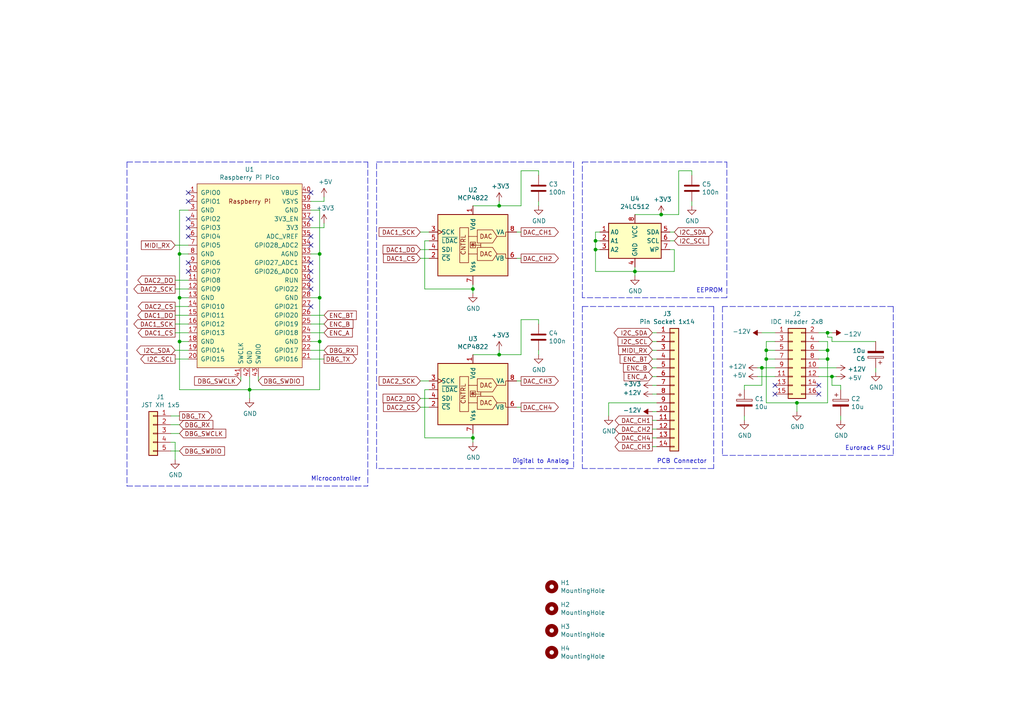
<source format=kicad_sch>
(kicad_sch (version 20211123) (generator eeschema)
  (paper "A4")
  (title_block (title "midi-oscillator back") (date "2021-12-15") (rev "1.0") (comment 3 "Released under CERN Open Hardware Licence Version 2 - Strongly Reciprocal") (comment 4 "Designed by: Rafael G. Martins"))
  (lib_symbols
    (symbol "Analog_DAC:MCP4822" (pin_names (offset 1.016))
      (property "Reference" "U" (at -2.54 10.795 0))
      (property "Value" "MCP4822" (at -2.54 8.89 0))
      (symbol "MCP4822_0_0"
        (polyline (pts (xy 0 -1.778) (xy 0 -0.635)))
        (polyline (pts (xy 0.381 -0.889) (xy 0.508 -0.762)))
        (polyline (pts (xy 2.286 -1.143) (xy 2.286 -1.905)))
        (polyline (pts (xy 0.381 -0.889) (xy -0.381 -0.889) (xy -0.508 -1.016)))
        (polyline (pts (xy 0.762 -1.27) (xy 2.286 -1.27) (xy 2.286 -0.762)))
        (polyline (pts (xy 0 -0.889) (xy 0.508 -1.397) (xy -0.508 -1.397) (xy 0 -0.889)))
        (polyline (pts (xy 6.985 -3.81) (xy 9.525 -3.81) (xy 9.525 -5.08) (xy 10.16 -5.08)))
        (polyline (pts (xy 6.985 1.27) (xy 9.525 1.27) (xy 9.525 2.54) (xy 10.16 2.54)))
        (rectangle (start 0.762 -0.381) (end -0.762 -2.032))
        (text "CNTRL" (at -2.032 -4.191 900) (effects (font (size 1.27 1.27)) (justify left bottom)))
        (text "DAC" (at 3.81 -3.81 0) (effects (font (size 1.27 1.27))))
        (text "DAC" (at 3.81 1.27 0) (effects (font (size 1.27 1.27))))
      )
      (symbol "MCP4822_0_1"
        (rectangle (start -10.16 7.62) (end 10.16 -10.16) (stroke (width 0.254)) (fill (type background)))
        (rectangle (start -1.27 -6.35) (end -3.81 3.81))
        (polyline (pts (xy 1.27 -3.81) (xy -1.27 -3.81)))
        (polyline (pts (xy 1.27 1.27) (xy -1.27 1.27)))
        (polyline (pts (xy 6.985 -3.81) (xy 5.715 -1.905) (xy 1.27 -1.905) (xy 1.27 -5.715) (xy 5.715 -5.715) (xy 6.985 -3.81)))
        (polyline (pts (xy 6.985 1.27) (xy 5.715 3.175) (xy 1.27 3.175) (xy 1.27 -0.635) (xy 5.715 -0.635) (xy 6.985 1.27)))
      )
      (symbol "MCP4822_1_1"
        (pin power_in line (at 0 10.16 270) (length 2.54) (name "Vdd") (number "1"))
        (pin input line (at -12.7 -5.08 0) (length 2.54) (name "~{CS}") (number "2"))
        (pin input clock (at -12.7 2.54 0) (length 2.54) (name "SCK") (number "3"))
        (pin input line (at -12.7 -2.54 0) (length 2.54) (name "SDI") (number "4"))
        (pin input line (at -12.7 0 0) (length 2.54) (name "~{LDAC}") (number "5"))
        (pin output line (at 12.7 -5.08 180) (length 2.54) (name "VB") (number "6"))
        (pin power_in line (at 0 -12.7 90) (length 2.54) (name "Vss") (number "7"))
        (pin output line (at 12.7 2.54 180) (length 2.54) (name "VA") (number "8"))
      )
    )
    (symbol "Connector_Generic:Conn_01x05" (pin_names (offset 1.016) hide)
      (property "Reference" "J" (at 0 7.62 0))
      (property "Value" "Conn_01x05" (at 0 -7.62 0))
      (symbol "Conn_01x05_1_1"
        (rectangle (start -1.27 -4.953) (end 0 -5.207) (stroke (width 0.1524)))
        (rectangle (start -1.27 -2.413) (end 0 -2.667) (stroke (width 0.1524)))
        (rectangle (start -1.27 0.127) (end 0 -0.127) (stroke (width 0.1524)))
        (rectangle (start -1.27 2.667) (end 0 2.413) (stroke (width 0.1524)))
        (rectangle (start -1.27 5.207) (end 0 4.953) (stroke (width 0.1524)))
        (rectangle (start -1.27 6.35) (end 1.27 -6.35) (stroke (width 0.254)) (fill (type background)))
        (pin passive line (at -5.08 5.08 0) (length 3.81) (name "Pin_1") (number "1"))
        (pin passive line (at -5.08 2.54 0) (length 3.81) (name "Pin_2") (number "2"))
        (pin passive line (at -5.08 0 0) (length 3.81) (name "Pin_3") (number "3"))
        (pin passive line (at -5.08 -2.54 0) (length 3.81) (name "Pin_4") (number "4"))
        (pin passive line (at -5.08 -5.08 0) (length 3.81) (name "Pin_5") (number "5"))
      )
    )
    (symbol "Connector_Generic:Conn_01x14" (pin_names (offset 1.016) hide)
      (property "Reference" "J" (at 0 17.78 0))
      (property "Value" "Conn_01x14" (at 0 -20.32 0))
      (symbol "Conn_01x14_1_1"
        (rectangle (start -1.27 -17.653) (end 0 -17.907) (stroke (width 0.1524)))
        (rectangle (start -1.27 -15.113) (end 0 -15.367) (stroke (width 0.1524)))
        (rectangle (start -1.27 -12.573) (end 0 -12.827) (stroke (width 0.1524)))
        (rectangle (start -1.27 -10.033) (end 0 -10.287) (stroke (width 0.1524)))
        (rectangle (start -1.27 -7.493) (end 0 -7.747) (stroke (width 0.1524)))
        (rectangle (start -1.27 -4.953) (end 0 -5.207) (stroke (width 0.1524)))
        (rectangle (start -1.27 -2.413) (end 0 -2.667) (stroke (width 0.1524)))
        (rectangle (start -1.27 0.127) (end 0 -0.127) (stroke (width 0.1524)))
        (rectangle (start -1.27 2.667) (end 0 2.413) (stroke (width 0.1524)))
        (rectangle (start -1.27 5.207) (end 0 4.953) (stroke (width 0.1524)))
        (rectangle (start -1.27 7.747) (end 0 7.493) (stroke (width 0.1524)))
        (rectangle (start -1.27 10.287) (end 0 10.033) (stroke (width 0.1524)))
        (rectangle (start -1.27 12.827) (end 0 12.573) (stroke (width 0.1524)))
        (rectangle (start -1.27 15.367) (end 0 15.113) (stroke (width 0.1524)))
        (rectangle (start -1.27 16.51) (end 1.27 -19.05) (stroke (width 0.254)) (fill (type background)))
        (pin passive line (at -5.08 15.24 0) (length 3.81) (name "Pin_1") (number "1"))
        (pin passive line (at -5.08 -7.62 0) (length 3.81) (name "Pin_10") (number "10"))
        (pin passive line (at -5.08 -10.16 0) (length 3.81) (name "Pin_11") (number "11"))
        (pin passive line (at -5.08 -12.7 0) (length 3.81) (name "Pin_12") (number "12"))
        (pin passive line (at -5.08 -15.24 0) (length 3.81) (name "Pin_13") (number "13"))
        (pin passive line (at -5.08 -17.78 0) (length 3.81) (name "Pin_14") (number "14"))
        (pin passive line (at -5.08 12.7 0) (length 3.81) (name "Pin_2") (number "2"))
        (pin passive line (at -5.08 10.16 0) (length 3.81) (name "Pin_3") (number "3"))
        (pin passive line (at -5.08 7.62 0) (length 3.81) (name "Pin_4") (number "4"))
        (pin passive line (at -5.08 5.08 0) (length 3.81) (name "Pin_5") (number "5"))
        (pin passive line (at -5.08 2.54 0) (length 3.81) (name "Pin_6") (number "6"))
        (pin passive line (at -5.08 0 0) (length 3.81) (name "Pin_7") (number "7"))
        (pin passive line (at -5.08 -2.54 0) (length 3.81) (name "Pin_8") (number "8"))
        (pin passive line (at -5.08 -5.08 0) (length 3.81) (name "Pin_9") (number "9"))
      )
    )
    (symbol "Connector_Generic:Conn_02x08_Odd_Even" (pin_names (offset 1.016) hide)
      (property "Reference" "J" (at 1.27 10.16 0))
      (property "Value" "Conn_02x08_Odd_Even" (at 1.27 -12.7 0))
      (symbol "Conn_02x08_Odd_Even_1_1"
        (rectangle (start -1.27 -10.033) (end 0 -10.287) (stroke (width 0.1524)))
        (rectangle (start -1.27 -7.493) (end 0 -7.747) (stroke (width 0.1524)))
        (rectangle (start -1.27 -4.953) (end 0 -5.207) (stroke (width 0.1524)))
        (rectangle (start -1.27 -2.413) (end 0 -2.667) (stroke (width 0.1524)))
        (rectangle (start -1.27 0.127) (end 0 -0.127) (stroke (width 0.1524)))
        (rectangle (start -1.27 2.667) (end 0 2.413) (stroke (width 0.1524)))
        (rectangle (start -1.27 5.207) (end 0 4.953) (stroke (width 0.1524)))
        (rectangle (start -1.27 7.747) (end 0 7.493) (stroke (width 0.1524)))
        (rectangle (start -1.27 8.89) (end 3.81 -11.43) (stroke (width 0.254)) (fill (type background)))
        (rectangle (start 3.81 -10.033) (end 2.54 -10.287) (stroke (width 0.1524)))
        (rectangle (start 3.81 -7.493) (end 2.54 -7.747) (stroke (width 0.1524)))
        (rectangle (start 3.81 -4.953) (end 2.54 -5.207) (stroke (width 0.1524)))
        (rectangle (start 3.81 -2.413) (end 2.54 -2.667) (stroke (width 0.1524)))
        (rectangle (start 3.81 0.127) (end 2.54 -0.127) (stroke (width 0.1524)))
        (rectangle (start 3.81 2.667) (end 2.54 2.413) (stroke (width 0.1524)))
        (rectangle (start 3.81 5.207) (end 2.54 4.953) (stroke (width 0.1524)))
        (rectangle (start 3.81 7.747) (end 2.54 7.493) (stroke (width 0.1524)))
        (pin passive line (at -5.08 7.62 0) (length 3.81) (name "Pin_1") (number "1"))
        (pin passive line (at 7.62 -2.54 180) (length 3.81) (name "Pin_10") (number "10"))
        (pin passive line (at -5.08 -5.08 0) (length 3.81) (name "Pin_11") (number "11"))
        (pin passive line (at 7.62 -5.08 180) (length 3.81) (name "Pin_12") (number "12"))
        (pin passive line (at -5.08 -7.62 0) (length 3.81) (name "Pin_13") (number "13"))
        (pin passive line (at 7.62 -7.62 180) (length 3.81) (name "Pin_14") (number "14"))
        (pin passive line (at -5.08 -10.16 0) (length 3.81) (name "Pin_15") (number "15"))
        (pin passive line (at 7.62 -10.16 180) (length 3.81) (name "Pin_16") (number "16"))
        (pin passive line (at 7.62 7.62 180) (length 3.81) (name "Pin_2") (number "2"))
        (pin passive line (at -5.08 5.08 0) (length 3.81) (name "Pin_3") (number "3"))
        (pin passive line (at 7.62 5.08 180) (length 3.81) (name "Pin_4") (number "4"))
        (pin passive line (at -5.08 2.54 0) (length 3.81) (name "Pin_5") (number "5"))
        (pin passive line (at 7.62 2.54 180) (length 3.81) (name "Pin_6") (number "6"))
        (pin passive line (at -5.08 0 0) (length 3.81) (name "Pin_7") (number "7"))
        (pin passive line (at 7.62 0 180) (length 3.81) (name "Pin_8") (number "8"))
        (pin passive line (at -5.08 -2.54 0) (length 3.81) (name "Pin_9") (number "9"))
      )
    )
    (symbol "Device:C" (pin_numbers hide) (pin_names (offset 0.254))
      (property "Reference" "C" (at 0.635 2.54 0))
      (property "Value" "C" (at 0.635 -2.54 0))
      (symbol "C_0_1"
        (polyline (pts (xy -2.032 -0.762) (xy 2.032 -0.762)) (stroke (width 0.508)))
        (polyline (pts (xy -2.032 0.762) (xy 2.032 0.762)) (stroke (width 0.508)))
      )
      (symbol "C_1_1"
        (pin passive line (at 0 3.81 270) (length 2.794) (name "~") (number "1"))
        (pin passive line (at 0 -3.81 90) (length 2.794) (name "~") (number "2"))
      )
    )
    (symbol "Device:C_Polarized" (pin_numbers hide) (pin_names (offset 0.254))
      (property "Reference" "C" (at 0.635 2.54 0))
      (property "Value" "C_Polarized" (at 0.635 -2.54 0))
      (symbol "C_Polarized_0_1"
        (rectangle (start -2.286 0.508) (end 2.286 1.016))
        (polyline (pts (xy -1.778 2.286) (xy -0.762 2.286)))
        (polyline (pts (xy -1.27 2.794) (xy -1.27 1.778)))
        (rectangle (start 2.286 -0.508) (end -2.286 -1.016) (fill (type outline)))
      )
      (symbol "C_Polarized_1_1"
        (pin passive line (at 0 3.81 270) (length 2.794) (name "~") (number "1"))
        (pin passive line (at 0 -3.81 90) (length 2.794) (name "~") (number "2"))
      )
    )
    (symbol "Mechanical:MountingHole" (pin_names (offset 1.016))
      (property "Reference" "H" (at 0 5.08 0))
      (property "Value" "MountingHole" (at 0 3.175 0))
      (symbol "MountingHole_0_1"
        (circle (center 0 0) (radius 1.27) (stroke (width 1.27)))
      )
    )
    (symbol "Memory_EEPROM:24LC512"
      (property "Reference" "U" (at -6.35 6.35 0))
      (property "Value" "24LC512" (at 1.27 6.35 0))
      (symbol "24LC512_1_1"
        (rectangle (start -7.62 5.08) (end 7.62 -5.08) (stroke (width 0.254)) (fill (type background)))
        (pin input line (at -10.16 2.54 0) (length 2.54) (name "A0") (number "1"))
        (pin input line (at -10.16 0 0) (length 2.54) (name "A1") (number "2"))
        (pin input line (at -10.16 -2.54 0) (length 2.54) (name "A2") (number "3"))
        (pin power_in line (at 0 -7.62 90) (length 2.54) (name "GND") (number "4"))
        (pin bidirectional line (at 10.16 2.54 180) (length 2.54) (name "SDA") (number "5"))
        (pin input line (at 10.16 0 180) (length 2.54) (name "SCL") (number "6"))
        (pin input line (at 10.16 -2.54 180) (length 2.54) (name "WP") (number "7"))
        (pin power_in line (at 0 7.62 270) (length 2.54) (name "VCC") (number "8"))
      )
    )
    (symbol "eurorack:Pico" (pin_names (offset 1.016))
      (property "Reference" "U" (at -13.97 27.94 0))
      (property "Value" "Pico" (at 0 19.05 0))
      (symbol "Pico_0_0"
        (text "Raspberry Pi" (at 0 21.59 0) (effects (font (size 1.27 1.27))))
      )
      (symbol "Pico_0_1"
        (rectangle (start -15.24 26.67) (end 15.24 -26.67) (fill (type background)))
      )
      (symbol "Pico_1_1"
        (pin bidirectional line (at -17.78 24.13 0) (length 2.54) (name "GPIO0") (number "1"))
        (pin bidirectional line (at -17.78 1.27 0) (length 2.54) (name "GPIO7") (number "10"))
        (pin bidirectional line (at -17.78 -1.27 0) (length 2.54) (name "GPIO8") (number "11"))
        (pin bidirectional line (at -17.78 -3.81 0) (length 2.54) (name "GPIO9") (number "12"))
        (pin power_in line (at -17.78 -6.35 0) (length 2.54) (name "GND") (number "13"))
        (pin bidirectional line (at -17.78 -8.89 0) (length 2.54) (name "GPIO10") (number "14"))
        (pin bidirectional line (at -17.78 -11.43 0) (length 2.54) (name "GPIO11") (number "15"))
        (pin bidirectional line (at -17.78 -13.97 0) (length 2.54) (name "GPIO12") (number "16"))
        (pin bidirectional line (at -17.78 -16.51 0) (length 2.54) (name "GPIO13") (number "17"))
        (pin power_in line (at -17.78 -19.05 0) (length 2.54) (name "GND") (number "18"))
        (pin bidirectional line (at -17.78 -21.59 0) (length 2.54) (name "GPIO14") (number "19"))
        (pin bidirectional line (at -17.78 21.59 0) (length 2.54) (name "GPIO1") (number "2"))
        (pin bidirectional line (at -17.78 -24.13 0) (length 2.54) (name "GPIO15") (number "20"))
        (pin bidirectional line (at 17.78 -24.13 180) (length 2.54) (name "GPIO16") (number "21"))
        (pin bidirectional line (at 17.78 -21.59 180) (length 2.54) (name "GPIO17") (number "22"))
        (pin power_in line (at 17.78 -19.05 180) (length 2.54) (name "GND") (number "23"))
        (pin bidirectional line (at 17.78 -16.51 180) (length 2.54) (name "GPIO18") (number "24"))
        (pin bidirectional line (at 17.78 -13.97 180) (length 2.54) (name "GPIO19") (number "25"))
        (pin bidirectional line (at 17.78 -11.43 180) (length 2.54) (name "GPIO20") (number "26"))
        (pin bidirectional line (at 17.78 -8.89 180) (length 2.54) (name "GPIO21") (number "27"))
        (pin power_in line (at 17.78 -6.35 180) (length 2.54) (name "GND") (number "28"))
        (pin bidirectional line (at 17.78 -3.81 180) (length 2.54) (name "GPIO22") (number "29"))
        (pin power_in line (at -17.78 19.05 0) (length 2.54) (name "GND") (number "3"))
        (pin input line (at 17.78 -1.27 180) (length 2.54) (name "RUN") (number "30"))
        (pin bidirectional line (at 17.78 1.27 180) (length 2.54) (name "GPIO26_ADC0") (number "31"))
        (pin bidirectional line (at 17.78 3.81 180) (length 2.54) (name "GPIO27_ADC1") (number "32"))
        (pin power_in line (at 17.78 6.35 180) (length 2.54) (name "AGND") (number "33"))
        (pin bidirectional line (at 17.78 8.89 180) (length 2.54) (name "GPIO28_ADC2") (number "34"))
        (pin unspecified line (at 17.78 11.43 180) (length 2.54) (name "ADC_VREF") (number "35"))
        (pin unspecified line (at 17.78 13.97 180) (length 2.54) (name "3V3") (number "36"))
        (pin input line (at 17.78 16.51 180) (length 2.54) (name "3V3_EN") (number "37"))
        (pin bidirectional line (at 17.78 19.05 180) (length 2.54) (name "GND") (number "38"))
        (pin unspecified line (at 17.78 21.59 180) (length 2.54) (name "VSYS") (number "39"))
        (pin bidirectional line (at -17.78 16.51 0) (length 2.54) (name "GPIO2") (number "4"))
        (pin unspecified line (at 17.78 24.13 180) (length 2.54) (name "VBUS") (number "40"))
        (pin input line (at -2.54 -29.21 90) (length 2.54) (name "SWCLK") (number "41"))
        (pin power_in line (at 0 -29.21 90) (length 2.54) (name "GND") (number "42"))
        (pin bidirectional line (at 2.54 -29.21 90) (length 2.54) (name "SWDIO") (number "43"))
        (pin bidirectional line (at -17.78 13.97 0) (length 2.54) (name "GPIO3") (number "5"))
        (pin bidirectional line (at -17.78 11.43 0) (length 2.54) (name "GPIO4") (number "6"))
        (pin bidirectional line (at -17.78 8.89 0) (length 2.54) (name "GPIO5") (number "7"))
        (pin power_in line (at -17.78 6.35 0) (length 2.54) (name "GND") (number "8"))
        (pin bidirectional line (at -17.78 3.81 0) (length 2.54) (name "GPIO6") (number "9"))
      )
    )
    (symbol "power:+12V" (power) (pin_names (offset 0))
      (property "Value" "+12V" (at 0 3.556 0))
      (symbol "+12V_0_1"
        (polyline (pts (xy -0.762 1.27) (xy 0 2.54)))
        (polyline (pts (xy 0 0) (xy 0 2.54)))
        (polyline (pts (xy 0 2.54) (xy 0.762 1.27)))
      )
      (symbol "+12V_1_1"
        (pin power_in line (at 0 0 90) (length 0) hide (name "+12V") (number "1"))
      )
    )
    (symbol "power:+3.3V" (power) (pin_names (offset 0))
      (property "Value" "+3.3V" (at 0 3.556 0))
      (symbol "+3.3V_0_1"
        (polyline (pts (xy -0.762 1.27) (xy 0 2.54)))
        (polyline (pts (xy 0 0) (xy 0 2.54)))
        (polyline (pts (xy 0 2.54) (xy 0.762 1.27)))
      )
      (symbol "+3.3V_1_1"
        (pin power_in line (at 0 0 90) (length 0) hide (name "+3V3") (number "1"))
      )
    )
    (symbol "power:+5V" (power) (pin_names (offset 0))
      (property "Value" "+5V" (at 0 3.556 0))
      (symbol "+5V_0_1"
        (polyline (pts (xy -0.762 1.27) (xy 0 2.54)))
        (polyline (pts (xy 0 0) (xy 0 2.54)))
        (polyline (pts (xy 0 2.54) (xy 0.762 1.27)))
      )
      (symbol "+5V_1_1"
        (pin power_in line (at 0 0 90) (length 0) hide (name "+5V") (number "1"))
      )
    )
    (symbol "power:-12V" (power) (pin_names (offset 0))
      (property "Value" "-12V" (at 0 3.81 0))
      (symbol "-12V_0_0"
        (pin power_in line (at 0 0 90) (length 0) hide (name "-12V") (number "1"))
      )
      (symbol "-12V_0_1"
        (polyline (pts (xy 0 0) (xy 0 1.27) (xy 0.762 1.27) (xy 0 2.54) (xy -0.762 1.27) (xy 0 1.27)) (fill (type outline)))
      )
    )
    (symbol "power:GND" (power) (pin_names (offset 0))
      (property "Value" "GND" (at 0 -3.81 0))
      (symbol "GND_0_1"
        (polyline (pts (xy 0 0) (xy 0 -1.27) (xy 1.27 -1.27) (xy 0 -2.54) (xy -1.27 -1.27) (xy 0 -1.27)))
      )
      (symbol "GND_1_1"
        (pin power_in line (at 0 0 270) (length 0) hide (name "GND") (number "1"))
      )
    )
  )
  (junction (at 144.78 102.87))
  (junction (at 92.71 73.66))
  (junction (at 241.3 109.22))
  (junction (at 92.71 86.36))
  (junction (at 191.77 62.23))
  (junction (at 240.03 104.14))
  (junction (at 92.71 99.06))
  (junction (at 231.14 116.84))
  (junction (at 137.16 127))
  (junction (at 172.72 72.39))
  (junction (at 172.72 69.85))
  (junction (at 144.78 59.69))
  (junction (at 72.39 113.03))
  (junction (at 222.25 104.14))
  (junction (at 52.07 86.36))
  (junction (at 222.25 101.6))
  (junction (at 240.03 101.6))
  (junction (at 240.03 96.52))
  (junction (at 184.15 78.74))
  (junction (at 220.98 106.68))
  (junction (at 52.07 73.66))
  (junction (at 137.16 83.82))
  (junction (at 52.07 99.06))
  (no_connect (at 54.61 78.74))
  (no_connect (at 90.17 63.5))
  (no_connect (at 224.79 111.76))
  (no_connect (at 90.17 55.88))
  (no_connect (at 54.61 68.58))
  (no_connect (at 54.61 55.88))
  (no_connect (at 237.49 114.3))
  (no_connect (at 90.17 71.12))
  (no_connect (at 224.79 114.3))
  (no_connect (at 54.61 66.04))
  (no_connect (at 90.17 78.74))
  (no_connect (at 90.17 83.82))
  (no_connect (at 54.61 63.5))
  (no_connect (at 54.61 58.42))
  (no_connect (at 90.17 76.2))
  (no_connect (at 90.17 68.58))
  (no_connect (at 90.17 81.28))
  (no_connect (at 237.49 111.76))
  (no_connect (at 54.61 76.2))
  (no_connect (at 90.17 88.9))
  (wire (pts (xy 49.53 120.65) (xy 52.07 120.65)))
  (wire (pts (xy 222.25 99.06) (xy 222.25 101.6)))
  (wire (pts (xy 50.8 71.12) (xy 54.61 71.12)))
  (wire (pts (xy 156.21 49.53) (xy 156.21 50.8)))
  (wire (pts (xy 224.79 104.14) (xy 222.25 104.14)))
  (wire (pts (xy 50.8 88.9) (xy 54.61 88.9)))
  (wire (pts (xy 231.14 116.84) (xy 240.03 116.84)))
  (wire (pts (xy 240.03 101.6) (xy 240.03 99.06)))
  (wire (pts (xy 90.17 73.66) (xy 92.71 73.66)))
  (wire (pts (xy 50.8 81.28) (xy 54.61 81.28)))
  (wire (pts (xy 237.49 96.52) (xy 240.03 96.52)))
  (wire (pts (xy 184.15 80.01) (xy 184.15 78.74)))
  (wire (pts (xy 189.23 119.38) (xy 190.5 119.38)))
  (wire (pts (xy 156.21 59.69) (xy 156.21 58.42)))
  (wire (pts (xy 189.23 127) (xy 190.5 127)))
  (wire (pts (xy 137.16 102.87) (xy 144.78 102.87)))
  (wire (pts (xy 195.58 72.39) (xy 195.58 78.74)))
  (wire (pts (xy 240.03 96.52) (xy 240.03 97.79)))
  (wire (pts (xy 224.79 99.06) (xy 222.25 99.06)))
  (wire (pts (xy 189.23 121.92) (xy 190.5 121.92)))
  (polyline (pts (xy 168.91 88.9) (xy 168.91 135.89)))
  (wire (pts (xy 189.23 114.3) (xy 190.5 114.3)))
  (polyline (pts (xy 106.68 46.99) (xy 106.68 140.97)))
  (wire (pts (xy 90.17 66.04) (xy 93.98 66.04)))
  (wire (pts (xy 184.15 78.74) (xy 184.15 77.47)))
  (wire (pts (xy 176.53 120.65) (xy 176.53 116.84)))
  (wire (pts (xy 52.07 60.96) (xy 52.07 73.66)))
  (wire (pts (xy 241.3 111.76) (xy 241.3 109.22)))
  (wire (pts (xy 215.9 113.03) (xy 215.9 111.76)))
  (polyline (pts (xy 168.91 86.36) (xy 168.91 46.99)))
  (wire (pts (xy 240.03 96.52) (xy 241.3 96.52)))
  (wire (pts (xy 74.93 109.22) (xy 74.93 110.49)))
  (wire (pts (xy 194.31 72.39) (xy 195.58 72.39)))
  (wire (pts (xy 50.8 93.98) (xy 54.61 93.98)))
  (wire (pts (xy 241.3 97.79) (xy 241.3 99.06)))
  (wire (pts (xy 189.23 124.46) (xy 190.5 124.46)))
  (wire (pts (xy 121.92 118.11) (xy 124.46 118.11)))
  (wire (pts (xy 123.19 69.85) (xy 123.19 83.82)))
  (wire (pts (xy 151.13 49.53) (xy 156.21 49.53)))
  (wire (pts (xy 52.07 86.36) (xy 52.07 99.06)))
  (wire (pts (xy 54.61 60.96) (xy 52.07 60.96)))
  (wire (pts (xy 184.15 62.23) (xy 191.77 62.23)))
  (wire (pts (xy 90.17 58.42) (xy 93.98 58.42)))
  (wire (pts (xy 124.46 113.03) (xy 123.19 113.03)))
  (wire (pts (xy 240.03 97.79) (xy 241.3 97.79)))
  (polyline (pts (xy 166.37 46.99) (xy 166.37 135.89)))
  (wire (pts (xy 189.23 96.52) (xy 190.5 96.52)))
  (wire (pts (xy 144.78 102.87) (xy 144.78 101.6)))
  (wire (pts (xy 176.53 116.84) (xy 190.5 116.84)))
  (polyline (pts (xy 259.08 88.9) (xy 209.55 88.9)))
  (wire (pts (xy 196.85 62.23) (xy 196.85 49.53)))
  (wire (pts (xy 149.86 110.49) (xy 151.13 110.49)))
  (wire (pts (xy 123.19 127) (xy 137.16 127)))
  (wire (pts (xy 189.23 129.54) (xy 190.5 129.54)))
  (wire (pts (xy 191.77 62.23) (xy 196.85 62.23)))
  (wire (pts (xy 243.84 111.76) (xy 241.3 111.76)))
  (wire (pts (xy 240.03 104.14) (xy 240.03 101.6)))
  (wire (pts (xy 50.8 101.6) (xy 54.61 101.6)))
  (polyline (pts (xy 109.22 46.99) (xy 166.37 46.99)))
  (wire (pts (xy 237.49 104.14) (xy 240.03 104.14)))
  (wire (pts (xy 241.3 99.06) (xy 254 99.06)))
  (wire (pts (xy 54.61 86.36) (xy 52.07 86.36)))
  (wire (pts (xy 90.17 101.6) (xy 93.98 101.6)))
  (wire (pts (xy 137.16 85.09) (xy 137.16 83.82)))
  (wire (pts (xy 90.17 86.36) (xy 92.71 86.36)))
  (wire (pts (xy 243.84 121.92) (xy 243.84 120.65)))
  (wire (pts (xy 189.23 101.6) (xy 190.5 101.6)))
  (wire (pts (xy 49.53 128.27) (xy 50.8 128.27)))
  (wire (pts (xy 144.78 59.69) (xy 144.78 58.42)))
  (wire (pts (xy 137.16 59.69) (xy 144.78 59.69)))
  (wire (pts (xy 195.58 78.74) (xy 184.15 78.74)))
  (wire (pts (xy 215.9 120.65) (xy 215.9 121.92)))
  (polyline (pts (xy 209.55 88.9) (xy 209.55 132.08)))
  (wire (pts (xy 237.49 109.22) (xy 241.3 109.22)))
  (wire (pts (xy 93.98 66.04) (xy 93.98 64.77)))
  (wire (pts (xy 189.23 109.22) (xy 190.5 109.22)))
  (wire (pts (xy 144.78 59.69) (xy 151.13 59.69)))
  (wire (pts (xy 196.85 49.53) (xy 200.66 49.53)))
  (wire (pts (xy 54.61 73.66) (xy 52.07 73.66)))
  (wire (pts (xy 121.92 67.31) (xy 124.46 67.31)))
  (wire (pts (xy 90.17 99.06) (xy 92.71 99.06)))
  (wire (pts (xy 121.92 74.93) (xy 124.46 74.93)))
  (polyline (pts (xy 207.01 135.89) (xy 168.91 135.89)))
  (wire (pts (xy 156.21 92.71) (xy 156.21 93.98)))
  (wire (pts (xy 222.25 116.84) (xy 231.14 116.84)))
  (wire (pts (xy 172.72 72.39) (xy 172.72 78.74)))
  (wire (pts (xy 137.16 83.82) (xy 137.16 82.55)))
  (wire (pts (xy 93.98 58.42) (xy 93.98 57.15)))
  (wire (pts (xy 231.14 116.84) (xy 231.14 119.38)))
  (wire (pts (xy 240.03 116.84) (xy 240.03 104.14)))
  (wire (pts (xy 189.23 104.14) (xy 190.5 104.14)))
  (wire (pts (xy 243.84 113.03) (xy 243.84 111.76)))
  (wire (pts (xy 237.49 101.6) (xy 240.03 101.6)))
  (wire (pts (xy 194.31 69.85) (xy 195.58 69.85)))
  (wire (pts (xy 173.99 69.85) (xy 172.72 69.85)))
  (wire (pts (xy 50.8 104.14) (xy 54.61 104.14)))
  (wire (pts (xy 92.71 86.36) (xy 92.71 99.06)))
  (wire (pts (xy 151.13 92.71) (xy 156.21 92.71)))
  (wire (pts (xy 121.92 110.49) (xy 124.46 110.49)))
  (wire (pts (xy 50.8 91.44) (xy 54.61 91.44)))
  (wire (pts (xy 194.31 67.31) (xy 195.58 67.31)))
  (polyline (pts (xy 207.01 88.9) (xy 207.01 135.89)))
  (wire (pts (xy 220.98 106.68) (xy 224.79 106.68)))
  (wire (pts (xy 219.71 106.68) (xy 220.98 106.68)))
  (wire (pts (xy 222.25 101.6) (xy 222.25 104.14)))
  (wire (pts (xy 121.92 115.57) (xy 124.46 115.57)))
  (polyline (pts (xy 109.22 135.89) (xy 109.22 46.99)))
  (wire (pts (xy 50.8 96.52) (xy 54.61 96.52)))
  (wire (pts (xy 200.66 59.69) (xy 200.66 58.42)))
  (wire (pts (xy 151.13 102.87) (xy 151.13 92.71)))
  (polyline (pts (xy 36.83 140.97) (xy 106.68 140.97)))
  (wire (pts (xy 189.23 106.68) (xy 190.5 106.68)))
  (wire (pts (xy 137.16 127) (xy 137.16 125.73)))
  (wire (pts (xy 52.07 73.66) (xy 52.07 86.36)))
  (polyline (pts (xy 259.08 88.9) (xy 259.08 132.08)))
  (wire (pts (xy 49.53 130.81) (xy 52.07 130.81)))
  (wire (pts (xy 52.07 113.03) (xy 72.39 113.03)))
  (wire (pts (xy 189.23 111.76) (xy 190.5 111.76)))
  (wire (pts (xy 151.13 59.69) (xy 151.13 49.53)))
  (wire (pts (xy 72.39 109.22) (xy 72.39 113.03)))
  (wire (pts (xy 224.79 101.6) (xy 222.25 101.6)))
  (wire (pts (xy 90.17 96.52) (xy 93.98 96.52)))
  (wire (pts (xy 50.8 128.27) (xy 50.8 133.35)))
  (wire (pts (xy 49.53 123.19) (xy 52.07 123.19)))
  (wire (pts (xy 173.99 67.31) (xy 172.72 67.31)))
  (wire (pts (xy 123.19 113.03) (xy 123.19 127)))
  (wire (pts (xy 220.98 111.76) (xy 220.98 106.68)))
  (wire (pts (xy 137.16 128.27) (xy 137.16 127)))
  (wire (pts (xy 50.8 83.82) (xy 54.61 83.82)))
  (wire (pts (xy 222.25 104.14) (xy 222.25 116.84)))
  (wire (pts (xy 254 107.95) (xy 254 106.68)))
  (wire (pts (xy 189.23 99.06) (xy 190.5 99.06)))
  (wire (pts (xy 69.85 109.22) (xy 69.85 110.49)))
  (wire (pts (xy 240.03 99.06) (xy 237.49 99.06)))
  (wire (pts (xy 149.86 118.11) (xy 151.13 118.11)))
  (wire (pts (xy 49.53 125.73) (xy 52.07 125.73)))
  (wire (pts (xy 90.17 93.98) (xy 93.98 93.98)))
  (wire (pts (xy 220.98 96.52) (xy 224.79 96.52)))
  (wire (pts (xy 52.07 99.06) (xy 52.07 113.03)))
  (polyline (pts (xy 210.82 46.99) (xy 210.82 86.36)))
  (wire (pts (xy 121.92 72.39) (xy 124.46 72.39)))
  (wire (pts (xy 124.46 69.85) (xy 123.19 69.85)))
  (wire (pts (xy 219.71 109.22) (xy 224.79 109.22)))
  (wire (pts (xy 90.17 60.96) (xy 92.71 60.96)))
  (wire (pts (xy 92.71 113.03) (xy 72.39 113.03)))
  (wire (pts (xy 92.71 73.66) (xy 92.71 86.36)))
  (wire (pts (xy 92.71 99.06) (xy 92.71 113.03)))
  (wire (pts (xy 156.21 102.87) (xy 156.21 101.6)))
  (wire (pts (xy 172.72 67.31) (xy 172.72 69.85)))
  (polyline (pts (xy 36.83 46.99) (xy 106.68 46.99)))
  (polyline (pts (xy 168.91 46.99) (xy 210.82 46.99)))
  (wire (pts (xy 54.61 99.06) (xy 52.07 99.06)))
  (wire (pts (xy 90.17 104.14) (xy 93.98 104.14)))
  (wire (pts (xy 92.71 60.96) (xy 92.71 73.66)))
  (polyline (pts (xy 168.91 88.9) (xy 207.01 88.9)))
  (wire (pts (xy 123.19 83.82) (xy 137.16 83.82)))
  (wire (pts (xy 172.72 78.74) (xy 184.15 78.74)))
  (wire (pts (xy 149.86 67.31) (xy 151.13 67.31)))
  (wire (pts (xy 200.66 49.53) (xy 200.66 50.8)))
  (wire (pts (xy 72.39 113.03) (xy 72.39 115.57)))
  (wire (pts (xy 237.49 106.68) (xy 242.57 106.68)))
  (wire (pts (xy 173.99 72.39) (xy 172.72 72.39)))
  (polyline (pts (xy 166.37 135.89) (xy 109.22 135.89)))
  (wire (pts (xy 241.3 109.22) (xy 242.57 109.22)))
  (wire (pts (xy 215.9 111.76) (xy 220.98 111.76)))
  (polyline (pts (xy 259.08 132.08) (xy 209.55 132.08)))
  (wire (pts (xy 172.72 69.85) (xy 172.72 72.39)))
  (wire (pts (xy 144.78 102.87) (xy 151.13 102.87)))
  (wire (pts (xy 149.86 74.93) (xy 151.13 74.93)))
  (wire (pts (xy 90.17 91.44) (xy 93.98 91.44)))
  (polyline (pts (xy 36.83 46.99) (xy 36.83 140.97)))
  (polyline (pts (xy 210.82 86.36) (xy 168.91 86.36)))
  (text "EEPROM" (at 201.93 85.09 0) (effects (font (size 1.27 1.27)) (justify left bottom)))
  (text "PCB Connector" (at 190.5 134.62 0) (effects (font (size 1.27 1.27)) (justify left bottom)))
  (text "Eurorack PSU" (at 245.11 130.81 0) (effects (font (size 1.27 1.27)) (justify left bottom)))
  (text "Digital to Analog" (at 148.59 134.62 0) (effects (font (size 1.27 1.27)) (justify left bottom)))
  (text "Microcontroller" (at 90.17 139.7 0) (effects (font (size 1.27 1.27)) (justify left bottom)))
  (global_label "I2C_SDA" (shape bidirectional) (at 189.23 96.52 180) (property "Intersheet References" "${INTERSHEET_REFS}" (effects hide)))
  (global_label "DAC2_CS" (shape input) (at 121.92 118.11 180) (property "Intersheet References" "${INTERSHEET_REFS}" (effects hide)))
  (global_label "DBG_RX" (shape input) (at 93.98 101.6 0) (property "Intersheet References" "${INTERSHEET_REFS}" (effects hide)))
  (global_label "DBG_TX" (shape output) (at 93.98 104.14 0) (property "Intersheet References" "${INTERSHEET_REFS}" (effects hide)))
  (global_label "ENC_BT" (shape input) (at 93.98 91.44 0) (property "Intersheet References" "${INTERSHEET_REFS}" (effects hide)))
  (global_label "DAC1_DO" (shape output) (at 50.8 91.44 180) (property "Intersheet References" "${INTERSHEET_REFS}" (effects hide)))
  (global_label "DBG_SWCLK" (shape input) (at 69.85 110.49 180) (property "Intersheet References" "${INTERSHEET_REFS}" (effects hide)))
  (global_label "I2C_SDA" (shape bidirectional) (at 50.8 101.6 180) (property "Intersheet References" "${INTERSHEET_REFS}" (effects hide)))
  (global_label "DBG_SWCLK" (shape input) (at 52.07 125.73 0) (property "Intersheet References" "${INTERSHEET_REFS}" (effects hide)))
  (global_label "DAC2_SCK" (shape input) (at 121.92 110.49 180) (property "Intersheet References" "${INTERSHEET_REFS}" (effects hide)))
  (global_label "DAC_CH1" (shape output) (at 189.23 121.92 180) (property "Intersheet References" "${INTERSHEET_REFS}" (effects hide)))
  (global_label "DAC1_CS" (shape output) (at 50.8 96.52 180) (property "Intersheet References" "${INTERSHEET_REFS}" (effects hide)))
  (global_label "DBG_SWDIO" (shape input) (at 74.93 110.49 0) (property "Intersheet References" "${INTERSHEET_REFS}" (effects hide)))
  (global_label "DAC1_SCK" (shape output) (at 50.8 93.98 180) (property "Intersheet References" "${INTERSHEET_REFS}" (effects hide)))
  (global_label "I2C_SDA" (shape bidirectional) (at 195.58 67.31 0) (property "Intersheet References" "${INTERSHEET_REFS}" (effects hide)))
  (global_label "MIDI_RX" (shape input) (at 50.8 71.12 180) (property "Intersheet References" "${INTERSHEET_REFS}" (effects hide)))
  (global_label "DAC1_DO" (shape input) (at 121.92 72.39 180) (property "Intersheet References" "${INTERSHEET_REFS}" (effects hide)))
  (global_label "DAC_CH4" (shape output) (at 189.23 127 180) (property "Intersheet References" "${INTERSHEET_REFS}" (effects hide)))
  (global_label "DBG_TX" (shape output) (at 52.07 120.65 0) (property "Intersheet References" "${INTERSHEET_REFS}" (effects hide)))
  (global_label "ENC_A" (shape input) (at 189.23 109.22 180) (property "Intersheet References" "${INTERSHEET_REFS}" (effects hide)))
  (global_label "ENC_B" (shape input) (at 189.23 106.68 180) (property "Intersheet References" "${INTERSHEET_REFS}" (effects hide)))
  (global_label "DAC_CH3" (shape output) (at 189.23 129.54 180) (property "Intersheet References" "${INTERSHEET_REFS}" (effects hide)))
  (global_label "DAC_CH3" (shape output) (at 151.13 110.49 0) (property "Intersheet References" "${INTERSHEET_REFS}" (effects hide)))
  (global_label "ENC_A" (shape input) (at 93.98 96.52 0) (property "Intersheet References" "${INTERSHEET_REFS}" (effects hide)))
  (global_label "DAC2_SCK" (shape output) (at 50.8 83.82 180) (property "Intersheet References" "${INTERSHEET_REFS}" (effects hide)))
  (global_label "DAC_CH2" (shape output) (at 151.13 74.93 0) (property "Intersheet References" "${INTERSHEET_REFS}" (effects hide)))
  (global_label "DAC2_DO" (shape output) (at 50.8 81.28 180) (property "Intersheet References" "${INTERSHEET_REFS}" (effects hide)))
  (global_label "I2C_SCL" (shape input) (at 195.58 69.85 0) (property "Intersheet References" "${INTERSHEET_REFS}" (effects hide)))
  (global_label "ENC_BT" (shape input) (at 189.23 104.14 180) (property "Intersheet References" "${INTERSHEET_REFS}" (effects hide)))
  (global_label "DBG_SWDIO" (shape input) (at 52.07 130.81 0) (property "Intersheet References" "${INTERSHEET_REFS}" (effects hide)))
  (global_label "MIDI_RX" (shape input) (at 189.23 101.6 180) (property "Intersheet References" "${INTERSHEET_REFS}" (effects hide)))
  (global_label "I2C_SCL" (shape output) (at 50.8 104.14 180) (property "Intersheet References" "${INTERSHEET_REFS}" (effects hide)))
  (global_label "ENC_B" (shape input) (at 93.98 93.98 0) (property "Intersheet References" "${INTERSHEET_REFS}" (effects hide)))
  (global_label "DAC_CH1" (shape output) (at 151.13 67.31 0) (property "Intersheet References" "${INTERSHEET_REFS}" (effects hide)))
  (global_label "I2C_SCL" (shape input) (at 189.23 99.06 180) (property "Intersheet References" "${INTERSHEET_REFS}" (effects hide)))
  (global_label "DAC_CH2" (shape output) (at 189.23 124.46 180) (property "Intersheet References" "${INTERSHEET_REFS}" (effects hide)))
  (global_label "DBG_RX" (shape input) (at 52.07 123.19 0) (property "Intersheet References" "${INTERSHEET_REFS}" (effects hide)))
  (global_label "DAC1_SCK" (shape input) (at 121.92 67.31 180) (property "Intersheet References" "${INTERSHEET_REFS}" (effects hide)))
  (global_label "DAC2_CS" (shape output) (at 50.8 88.9 180) (property "Intersheet References" "${INTERSHEET_REFS}" (effects hide)))
  (global_label "DAC_CH4" (shape output) (at 151.13 118.11 0) (property "Intersheet References" "${INTERSHEET_REFS}" (effects hide)))
  (global_label "DAC2_DO" (shape input) (at 121.92 115.57 180) (property "Intersheet References" "${INTERSHEET_REFS}" (effects hide)))
  (global_label "DAC1_CS" (shape input) (at 121.92 74.93 180) (property "Intersheet References" "${INTERSHEET_REFS}" (effects hide)))
  (symbol (lib_id "power:GND") (at 72.39 115.57 0) (unit 1)
    (property "Reference" "#PWR0101" (effects hide))
    (property "Value" "GND" (at 72.517 119.9642 0))
  )
  (symbol (lib_id "power:+5V") (at 93.98 57.15 0) (unit 1)
    (property "Reference" "#PWR0102" (effects hide))
    (property "Value" "+5V" (at 94.361 52.7558 0))
  )
  (symbol (lib_id "power:+3.3V") (at 93.98 64.77 0) (unit 1)
    (property "Reference" "#PWR0103" (effects hide))
    (property "Value" "+3.3V" (at 94.361 60.3758 0))
  )
  (symbol (lib_id "power:+3.3V") (at 144.78 58.42 0) (unit 1)
    (property "Reference" "#PWR0104" (effects hide))
    (property "Value" "+3.3V" (at 145.161 54.0258 0))
  )
  (symbol (lib_id "power:GND") (at 137.16 85.09 0) (unit 1)
    (property "Reference" "#PWR0105" (effects hide))
    (property "Value" "GND" (at 137.287 89.4842 0))
  )
  (symbol (lib_id "Device:C") (at 156.21 54.61 0) (unit 1)
    (property "Reference" "C3" (at 159.131 53.4416 0) (effects (justify left)))
    (property "Value" "100n" (at 159.131 55.753 0) (effects (justify left)))
    (property "Footprint" "Capacitor_THT:C_Disc_D4.3mm_W1.9mm_P5.00mm" (effects hide))
  )
  (symbol (lib_id "power:GND") (at 156.21 59.69 0) (unit 1)
    (property "Reference" "#PWR0122" (effects hide))
    (property "Value" "GND" (at 156.337 64.0842 0))
  )
  (symbol (lib_id "power:+3.3V") (at 191.77 62.23 0) (unit 1)
    (property "Reference" "#PWR0106" (effects hide))
    (property "Value" "+3.3V" (at 192.151 57.8358 0))
  )
  (symbol (lib_id "power:GND") (at 184.15 80.01 0) (unit 1)
    (property "Reference" "#PWR0107" (effects hide))
    (property "Value" "GND" (at 184.277 84.4042 0))
  )
  (symbol (lib_id "Device:C") (at 200.66 54.61 0) (unit 1)
    (property "Reference" "C5" (at 203.581 53.4416 0) (effects (justify left)))
    (property "Value" "100n" (at 203.581 55.753 0) (effects (justify left)))
    (property "Footprint" "Capacitor_THT:C_Disc_D4.3mm_W1.9mm_P5.00mm" (effects hide))
  )
  (symbol (lib_id "power:GND") (at 200.66 59.69 0) (unit 1)
    (property "Reference" "#PWR0123" (effects hide))
    (property "Value" "GND" (at 200.787 64.0842 0))
  )
  (symbol (lib_id "power:+12V") (at 219.71 106.68 90) (unit 1)
    (property "Reference" "#PWR0108" (effects hide))
    (property "Value" "+12V" (at 216.4588 106.299 90) (effects (justify left)))
  )
  (symbol (lib_id "power:+12V") (at 242.57 106.68 270) (unit 1)
    (property "Reference" "#PWR0109" (effects hide))
    (property "Value" "+12V" (at 245.8212 107.061 90) (effects (justify left)))
  )
  (symbol (lib_id "power:+5V") (at 219.71 109.22 90) (unit 1)
    (property "Reference" "#PWR0110" (effects hide))
    (property "Value" "+5V" (at 216.4588 108.839 90) (effects (justify left)))
  )
  (symbol (lib_id "power:+5V") (at 242.57 109.22 270) (unit 1)
    (property "Reference" "#PWR0111" (effects hide))
    (property "Value" "+5V" (at 245.8212 109.601 90) (effects (justify left)))
  )
  (symbol (lib_id "power:-12V") (at 220.98 96.52 90) (unit 1)
    (property "Reference" "#PWR0112" (effects hide))
    (property "Value" "-12V" (at 217.7288 96.139 90) (effects (justify left)))
  )
  (symbol (lib_id "power:-12V") (at 241.3 96.52 270) (unit 1)
    (property "Reference" "#PWR0113" (effects hide))
    (property "Value" "-12V" (at 244.5512 96.901 90) (effects (justify left)))
  )
  (symbol (lib_id "power:GND") (at 50.8 133.35 0) (unit 1)
    (property "Reference" "#PWR0115" (effects hide))
    (property "Value" "GND" (at 50.927 137.7442 0))
  )
  (symbol (lib_id "Connector_Generic:Conn_02x08_Odd_Even") (at 229.87 104.14 0) (unit 1)
    (property "Reference" "J2" (at 231.14 91.0082 0))
    (property "Value" "IDC Header 2x8" (at 231.14 93.3196 0))
    (property "Footprint" "Connector_IDC:IDC-Header_2x08_P2.54mm_Vertical" (effects hide))
  )
  (symbol (lib_id "power:GND") (at 231.14 119.38 0) (unit 1)
    (property "Reference" "#PWR0114" (effects hide))
    (property "Value" "GND" (at 231.267 123.7742 0))
  )
  (symbol (lib_id "Device:C_Polarized") (at 254 102.87 180) (unit 1)
    (property "Reference" "C6" (at 251.0028 104.0384 0) (effects (justify left)))
    (property "Value" "10u" (at 251.0028 101.727 0) (effects (justify left)))
    (property "Footprint" "Capacitor_THT:CP_Radial_D5.0mm_P2.50mm" (effects hide))
  )
  (symbol (lib_id "power:GND") (at 254 107.95 0) (unit 1)
    (property "Reference" "#PWR0127" (effects hide))
    (property "Value" "GND" (at 254.127 112.3442 0))
  )
  (symbol (lib_id "Analog_DAC:MCP4822") (at 137.16 113.03 0) (unit 1)
    (property "Reference" "U3" (at 137.16 98.2726 0))
    (property "Value" "MCP4822" (at 137.16 100.584 0))
    (property "Footprint" "Package_DIP:DIP-8_W7.62mm_LongPads" (effects hide))
    (property "Datasheet" "http://ww1.microchip.com/downloads/en/DeviceDoc/20002249B.pdf" (effects hide))
  )
  (symbol (lib_id "power:+3.3V") (at 144.78 101.6 0) (unit 1)
    (property "Reference" "#PWR0116" (effects hide))
    (property "Value" "+3.3V" (at 145.161 97.2058 0))
  )
  (symbol (lib_id "power:GND") (at 137.16 128.27 0) (unit 1)
    (property "Reference" "#PWR0117" (effects hide))
    (property "Value" "GND" (at 137.287 132.6642 0))
  )
  (symbol (lib_id "Device:C") (at 156.21 97.79 0) (unit 1)
    (property "Reference" "C4" (at 159.131 96.6216 0) (effects (justify left)))
    (property "Value" "100n" (at 159.131 98.933 0) (effects (justify left)))
    (property "Footprint" "Capacitor_THT:C_Disc_D4.3mm_W1.9mm_P5.00mm" (effects hide))
  )
  (symbol (lib_id "power:GND") (at 156.21 102.87 0) (unit 1)
    (property "Reference" "#PWR0118" (effects hide))
    (property "Value" "GND" (at 156.337 107.2642 0))
  )
  (symbol (lib_id "Connector_Generic:Conn_01x14") (at 195.58 111.76 0) (unit 1)
    (property "Reference" "J3" (at 193.4972 91.0082 0))
    (property "Value" "Pin Socket 1x14" (at 193.4972 93.3196 0))
    (property "Footprint" "Connector_PinSocket_2.54mm:PinSocket_1x14_P2.54mm_Vertical" (effects hide))
  )
  (symbol (lib_id "power:+3.3V") (at 189.23 111.76 90) (unit 1)
    (property "Reference" "#PWR0119" (effects hide))
    (property "Value" "+3.3V" (at 185.9788 111.379 90) (effects (justify left)))
  )
  (symbol (lib_id "power:+12V") (at 189.23 114.3 90) (unit 1)
    (property "Reference" "#PWR0120" (effects hide))
    (property "Value" "+12V" (at 185.9788 113.919 90) (effects (justify left)))
  )
  (symbol (lib_id "power:-12V") (at 189.23 119.38 90) (unit 1)
    (property "Reference" "#PWR0121" (effects hide))
    (property "Value" "-12V" (at 185.9788 118.999 90) (effects (justify left)))
  )
  (symbol (lib_id "power:GND") (at 176.53 120.65 0) (unit 1)
    (property "Reference" "#PWR0124" (effects hide))
    (property "Value" "GND" (at 176.657 125.0442 0))
  )
  (symbol (lib_id "Device:C_Polarized") (at 215.9 116.84 0) (unit 1)
    (property "Reference" "C1" (at 218.8972 115.6716 0) (effects (justify left)))
    (property "Value" "10u" (at 218.8972 117.983 0) (effects (justify left)))
    (property "Footprint" "Capacitor_THT:CP_Radial_D5.0mm_P2.50mm" (effects hide))
  )
  (symbol (lib_id "power:GND") (at 215.9 121.92 0) (unit 1)
    (property "Reference" "#PWR0125" (effects hide))
    (property "Value" "GND" (at 216.027 126.3142 0))
  )
  (symbol (lib_id "Device:C_Polarized") (at 243.84 116.84 0) (unit 1)
    (property "Reference" "C2" (at 246.8372 115.6716 0) (effects (justify left)))
    (property "Value" "10u" (at 246.8372 117.983 0) (effects (justify left)))
    (property "Footprint" "Capacitor_THT:CP_Radial_D5.0mm_P2.50mm" (effects hide))
  )
  (symbol (lib_id "power:GND") (at 243.84 121.92 0) (unit 1)
    (property "Reference" "#PWR0126" (effects hide))
    (property "Value" "GND" (at 243.967 126.3142 0))
  )
  (symbol (lib_id "Mechanical:MountingHole") (at 160.02 170.18 0) (unit 1)
    (property "Reference" "H1" (at 162.56 169.0116 0) (effects (justify left)))
    (property "Value" "MountingHole" (at 162.56 171.323 0) (effects (justify left)))
    (property "Footprint" "MountingHole:MountingHole_2.2mm_M2" (effects hide))
  )
  (symbol (lib_id "Mechanical:MountingHole") (at 160.02 176.53 0) (unit 1)
    (property "Reference" "H2" (at 162.56 175.3616 0) (effects (justify left)))
    (property "Value" "MountingHole" (at 162.56 177.673 0) (effects (justify left)))
    (property "Footprint" "MountingHole:MountingHole_2.2mm_M2" (effects hide))
  )
  (symbol (lib_id "Mechanical:MountingHole") (at 160.02 182.88 0) (unit 1)
    (property "Reference" "H3" (at 162.56 181.7116 0) (effects (justify left)))
    (property "Value" "MountingHole" (at 162.56 184.023 0) (effects (justify left)))
    (property "Footprint" "MountingHole:MountingHole_2.2mm_M2" (effects hide))
  )
  (symbol (lib_id "Mechanical:MountingHole") (at 160.02 189.23 0) (unit 1)
    (property "Reference" "H4" (at 162.56 188.0616 0) (effects (justify left)))
    (property "Value" "MountingHole" (at 162.56 190.373 0) (effects (justify left)))
    (property "Footprint" "MountingHole:MountingHole_2.2mm_M2" (effects hide))
  )
  (symbol (lib_id "Analog_DAC:MCP4822") (at 137.16 69.85 0) (unit 1)
    (property "Reference" "U2" (at 137.16 55.0926 0))
    (property "Value" "MCP4822" (at 137.16 57.404 0))
    (property "Footprint" "Package_DIP:DIP-8_W7.62mm_LongPads" (effects hide))
    (property "Datasheet" "http://ww1.microchip.com/downloads/en/DeviceDoc/20002249B.pdf" (effects hide))
  )
  (symbol (lib_id "Memory_EEPROM:24LC512") (at 184.15 69.85 0) (unit 1)
    (property "Reference" "U4" (at 184.15 57.6326 0))
    (property "Value" "24LC512" (at 184.15 59.944 0))
    (property "Footprint" "Package_DIP:DIP-8_W7.62mm_LongPads" (effects hide))
    (property "Datasheet" "http://ww1.microchip.com/downloads/en/DeviceDoc/21754M.pdf" (effects hide))
  )
  (symbol (lib_id "Connector_Generic:Conn_01x05") (at 44.45 125.73 0) (mirror y) (unit 1)
    (property "Reference" "J1" (at 46.5328 115.1382 0))
    (property "Value" "JST XH 1x5" (at 46.5328 117.4496 0))
    (property "Footprint" "Connector_JST:JST_XH_B5B-XH-A_1x05_P2.50mm_Vertical" (effects hide))
  )
  (symbol (lib_id "eurorack:Pico") (at 72.39 80.01 0) (unit 1)
    (property "Reference" "U1" (at 72.39 49.149 0))
    (property "Value" "Raspberry Pi Pico" (at 72.39 51.4604 0))
    (property "Footprint" "eurorack:RPi_Pico_SMD_TH" (effects hide))
  )
)
</source>
